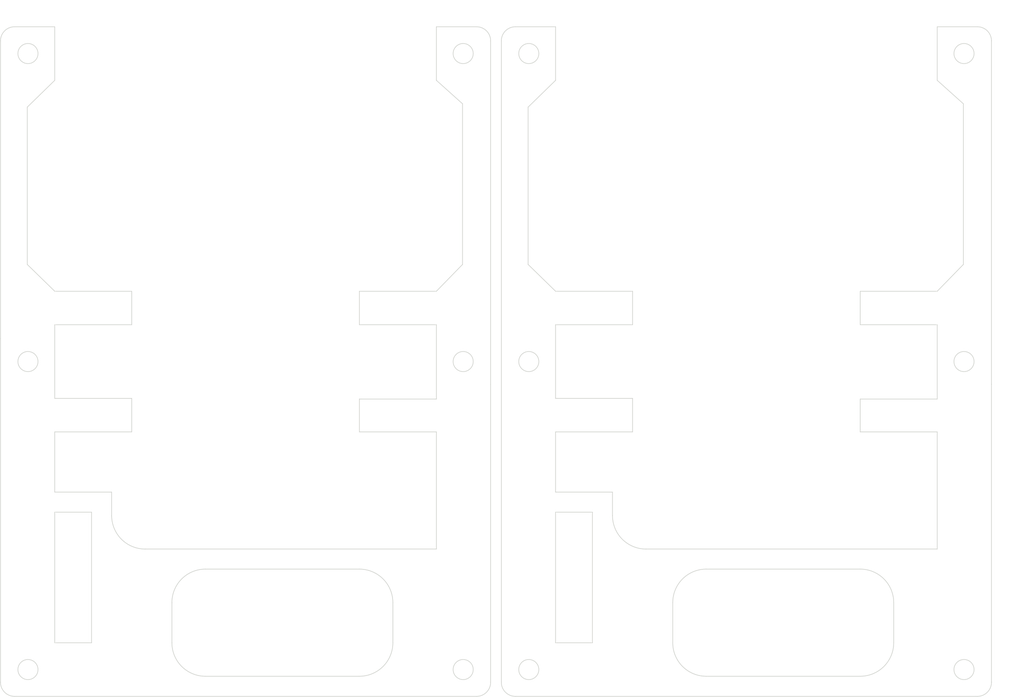
<source format=kicad_pcb>
(kicad_pcb (version 20171130) (host pcbnew "(5.1.6)-1")

  (general
    (thickness 1.6)
    (drawings 275)
    (tracks 0)
    (zones 0)
    (modules 0)
    (nets 1)
  )

  (page A4)
  (layers
    (0 F.Cu signal)
    (31 B.Cu signal)
    (32 B.Adhes user)
    (33 F.Adhes user)
    (34 B.Paste user)
    (35 F.Paste user)
    (36 B.SilkS user)
    (37 F.SilkS user)
    (38 B.Mask user)
    (39 F.Mask user)
    (40 Dwgs.User user hide)
    (41 Cmts.User user)
    (42 Eco1.User user)
    (43 Eco2.User user)
    (44 Edge.Cuts user)
    (45 Margin user)
    (46 B.CrtYd user)
    (47 F.CrtYd user)
    (48 B.Fab user)
    (49 F.Fab user)
  )

  (setup
    (last_trace_width 0.25)
    (user_trace_width 0.3)
    (user_trace_width 0.4)
    (user_trace_width 0.5)
    (user_trace_width 0.75)
    (user_trace_width 1)
    (user_trace_width 2)
    (user_trace_width 3)
    (user_trace_width 0.3)
    (user_trace_width 0.4)
    (user_trace_width 0.5)
    (user_trace_width 0.75)
    (user_trace_width 1)
    (user_trace_width 2)
    (user_trace_width 3)
    (user_trace_width 0.3)
    (user_trace_width 0.4)
    (user_trace_width 0.5)
    (user_trace_width 0.75)
    (user_trace_width 1)
    (user_trace_width 2)
    (user_trace_width 3)
    (user_trace_width 0.3)
    (user_trace_width 0.4)
    (user_trace_width 0.5)
    (user_trace_width 0.75)
    (user_trace_width 1)
    (user_trace_width 2)
    (user_trace_width 3)
    (user_trace_width 0.3)
    (user_trace_width 0.4)
    (user_trace_width 0.5)
    (user_trace_width 0.75)
    (user_trace_width 1)
    (user_trace_width 2)
    (user_trace_width 3)
    (user_trace_width 0.3)
    (user_trace_width 0.4)
    (user_trace_width 0.5)
    (user_trace_width 0.75)
    (user_trace_width 1)
    (user_trace_width 2)
    (user_trace_width 3)
    (trace_clearance 0.2)
    (zone_clearance 0.5)
    (zone_45_only yes)
    (trace_min 0.16)
    (via_size 0.8)
    (via_drill 0.4)
    (via_min_size 0.4)
    (via_min_drill 0.3)
    (user_via 0.65 0.3)
    (user_via 0.65 0.3)
    (user_via 0.65 0.3)
    (user_via 0.65 0.3)
    (user_via 0.65 0.3)
    (user_via 0.65 0.3)
    (uvia_size 0.3)
    (uvia_drill 0.1)
    (uvias_allowed no)
    (uvia_min_size 0.2)
    (uvia_min_drill 0.1)
    (edge_width 0.1)
    (segment_width 0.2)
    (pcb_text_width 0.3)
    (pcb_text_size 1.5 1.5)
    (mod_edge_width 0.15)
    (mod_text_size 1 1)
    (mod_text_width 0.15)
    (pad_size 5.5 5.5)
    (pad_drill 3.2)
    (pad_to_mask_clearance 0.05)
    (aux_axis_origin 110.9 49)
    (grid_origin 110.9 49)
    (visible_elements 7FFFFFFF)
    (pcbplotparams
      (layerselection 0x01000_7ffffffe)
      (usegerberextensions false)
      (usegerberattributes false)
      (usegerberadvancedattributes false)
      (creategerberjobfile false)
      (excludeedgelayer true)
      (linewidth 0.100000)
      (plotframeref false)
      (viasonmask false)
      (mode 1)
      (useauxorigin true)
      (hpglpennumber 1)
      (hpglpenspeed 20)
      (hpglpendiameter 15.000000)
      (psnegative false)
      (psa4output false)
      (plotreference true)
      (plotvalue true)
      (plotinvisibletext false)
      (padsonsilk false)
      (subtractmaskfromsilk true)
      (outputformat 3)
      (mirror false)
      (drillshape 0)
      (scaleselection 1)
      (outputdirectory "アクリル/"))
  )

  (net 0 "")

  (net_class Default "これはデフォルトのネット クラスです。"
    (clearance 0.2)
    (trace_width 0.25)
    (via_dia 0.8)
    (via_drill 0.4)
    (uvia_dia 0.3)
    (uvia_drill 0.1)
  )

  (gr_line (start 258.9 102.4) (end 258.9 51.1) (layer Edge.Cuts) (width 0.1) (tstamp 6039C36C))
  (gr_line (start 185.7 146.9) (end 185.7 95.6) (layer Edge.Cuts) (width 0.1) (tstamp 6039C36B))
  (gr_circle (center 189.8 53) (end 191.3 53) (layer Edge.Cuts) (width 0.1) (tstamp 6039C36A))
  (gr_line (start 258.9 102.4) (end 258.9 146.9) (layer Edge.Cuts) (width 0.1) (tstamp 6039C369))
  (gr_arc (start 256.8 146.9) (end 256.8 149) (angle -90) (layer Edge.Cuts) (width 0.1) (tstamp 6039C368))
  (gr_circle (center 189.8 145) (end 188.3 145) (layer Edge.Cuts) (width 0.1) (tstamp 6039C367))
  (gr_circle (center 254.8 145) (end 256.3 145) (layer Edge.Cuts) (width 0.1) (tstamp 6039C366))
  (gr_circle (center 254.8 53) (end 256.3 53) (layer Edge.Cuts) (width 0.1) (tstamp 6039C365))
  (gr_arc (start 187.8 146.9) (end 185.7 146.9) (angle -90) (layer Edge.Cuts) (width 0.1) (tstamp 6039C364))
  (gr_arc (start 187.8 51.1) (end 187.8 49) (angle -90) (layer Edge.Cuts) (width 0.1) (tstamp 6039C363))
  (gr_arc (start 256.8 51.1) (end 258.9 51.1) (angle -90) (layer Edge.Cuts) (width 0.1) (tstamp 6039C362))
  (gr_line (start 185.7 95.6) (end 185.7 51.1) (layer Edge.Cuts) (width 0.1) (tstamp 6039C361))
  (gr_line (start 187.8 149) (end 256.8 149) (layer Edge.Cuts) (width 0.1) (tstamp 6039C360))
  (gr_line (start 254.7 84.5) (end 250.8 88.5) (layer Edge.Cuts) (width 0.1) (tstamp 6039C35F))
  (gr_line (start 250.8 57) (end 254.7 60.5) (layer Edge.Cuts) (width 0.1) (tstamp 6039C35E))
  (gr_line (start 254.7 60.5) (end 254.7 84.5) (layer Edge.Cuts) (width 0.1) (tstamp 6039C35D))
  (gr_line (start 250.8 109.5) (end 250.8 127) (layer Edge.Cuts) (width 0.1) (tstamp 6039C35C))
  (gr_line (start 193.8 88.5) (end 189.7 84.5) (layer Edge.Cuts) (width 0.1) (tstamp 6039C35B))
  (gr_line (start 193.8 121.5) (end 193.8 141) (layer Edge.Cuts) (width 0.1) (tstamp 6039C35A))
  (gr_line (start 189.7 61) (end 189.7 84.5) (layer Edge.Cuts) (width 0.1) (tstamp 6039C359))
  (gr_line (start 193.8 109.5) (end 193.8 118.5) (layer Edge.Cuts) (width 0.1) (tstamp 6039C358))
  (gr_line (start 193.8 57) (end 189.7 61) (layer Edge.Cuts) (width 0.1) (tstamp 6039C357))
  (gr_line (start 256.8 49) (end 250.8 49) (layer Edge.Cuts) (width 0.1) (tstamp 6039C356))
  (gr_line (start 244.3 135) (end 244.3 141) (layer Edge.Cuts) (width 0.1) (tstamp 6039C355))
  (gr_arc (start 207.3 122) (end 202.3 122) (angle -90) (layer Edge.Cuts) (width 0.1) (tstamp 6039C354))
  (gr_line (start 199.3 141) (end 193.8 141) (layer Edge.Cuts) (width 0.1) (tstamp 6039C353))
  (gr_line (start 250.8 104.6) (end 250.8 93.5) (layer Edge.Cuts) (width 0.1) (tstamp 6039C352))
  (gr_line (start 239.3 93.5) (end 239.3 88.5) (layer Edge.Cuts) (width 0.1) (tstamp 6039C351))
  (gr_line (start 187.8 49) (end 193.8 49) (layer Edge.Cuts) (width 0.1) (tstamp 6039C350))
  (gr_circle (center 254.8 99) (end 256.3 99) (layer Edge.Cuts) (width 0.1) (tstamp 6039C34F))
  (gr_line (start 239.3 88.5) (end 250.8 88.5) (layer Edge.Cuts) (width 0.1) (tstamp 6039C34E))
  (gr_line (start 193.8 121.5) (end 199.3 121.5) (layer Edge.Cuts) (width 0.1) (tstamp 6039C34D))
  (gr_arc (start 216.3 141) (end 211.3 141) (angle -90) (layer Edge.Cuts) (width 0.1) (tstamp 6039C34C))
  (gr_line (start 193.8 118.5) (end 202.3 118.5) (layer Edge.Cuts) (width 0.1) (tstamp 6039C34B))
  (gr_line (start 199.3 121.5) (end 199.3 141) (layer Edge.Cuts) (width 0.1) (tstamp 6039C34A))
  (gr_line (start 193.8 88.5) (end 205.3 88.5) (layer Edge.Cuts) (width 0.1) (tstamp 6039C349))
  (gr_arc (start 239.3 141) (end 239.3 146) (angle -90) (layer Edge.Cuts) (width 0.1) (tstamp 6039C348))
  (gr_line (start 193.8 93.5) (end 193.8 104.5) (layer Edge.Cuts) (width 0.1) (tstamp 6039C347))
  (gr_line (start 205.3 93.5) (end 193.8 93.5) (layer Edge.Cuts) (width 0.1) (tstamp 6039C346))
  (gr_line (start 193.8 104.5) (end 205.3 104.5) (layer Edge.Cuts) (width 0.1) (tstamp 6039C345))
  (gr_circle (center 189.8 99) (end 191.3 99) (layer Edge.Cuts) (width 0.1) (tstamp 6039C344))
  (gr_line (start 205.3 109.5) (end 193.8 109.5) (layer Edge.Cuts) (width 0.1) (tstamp 6039C343))
  (gr_line (start 250.8 57) (end 250.8 49) (layer Edge.Cuts) (width 0.1) (tstamp 6039C342))
  (gr_line (start 239.3 109.5) (end 239.3 104.6) (layer Edge.Cuts) (width 0.1) (tstamp 6039C341))
  (gr_line (start 250.8 109.5) (end 239.3 109.5) (layer Edge.Cuts) (width 0.1) (tstamp 6039C340))
  (gr_line (start 250.8 93.5) (end 239.3 93.5) (layer Edge.Cuts) (width 0.1) (tstamp 6039C33F))
  (gr_line (start 211.3 141) (end 211.3 135) (layer Edge.Cuts) (width 0.1) (tstamp 6039C33E))
  (gr_line (start 216.3 130) (end 239.3 130) (layer Edge.Cuts) (width 0.1) (tstamp 6039C33D))
  (gr_line (start 239.3 146) (end 216.3 146) (layer Edge.Cuts) (width 0.1) (tstamp 6039C33C))
  (gr_arc (start 239.3 135) (end 244.3 135) (angle -90) (layer Edge.Cuts) (width 0.1) (tstamp 6039C33B))
  (gr_line (start 205.3 104.5) (end 205.3 109.5) (layer Edge.Cuts) (width 0.1) (tstamp 6039C33A))
  (gr_arc (start 216.3 135) (end 216.3 130) (angle -90) (layer Edge.Cuts) (width 0.1) (tstamp 6039C339))
  (gr_line (start 193.8 49) (end 193.8 57) (layer Edge.Cuts) (width 0.1) (tstamp 6039C338))
  (gr_line (start 205.3 88.5) (end 205.3 93.5) (layer Edge.Cuts) (width 0.1) (tstamp 6039C337))
  (gr_line (start 202.3 118.5) (end 202.3 122) (layer Edge.Cuts) (width 0.1) (tstamp 6039C336))
  (gr_line (start 207.3 127) (end 250.8 127) (layer Edge.Cuts) (width 0.1) (tstamp 6039C335))
  (gr_line (start 239.3 104.6) (end 250.8 104.6) (layer Edge.Cuts) (width 0.1) (tstamp 6039C334))
  (gr_line (start 176 109.5) (end 176 127) (layer Edge.Cuts) (width 0.1) (tstamp 60313BB1))
  (gr_line (start 119 109.5) (end 119 118.5) (layer Edge.Cuts) (width 0.1))
  (gr_line (start 119 121.5) (end 119 141) (layer Edge.Cuts) (width 0.1) (tstamp 60313B97))
  (gr_line (start 179.9 84.5) (end 176 88.5) (layer Edge.Cuts) (width 0.1) (tstamp 60313AAE))
  (gr_line (start 179.9 60.5) (end 179.9 84.5) (layer Edge.Cuts) (width 0.1))
  (gr_line (start 176 57) (end 179.9 60.5) (layer Edge.Cuts) (width 0.1))
  (gr_line (start 119 88.5) (end 114.9 84.5) (layer Edge.Cuts) (width 0.1) (tstamp 60313A77))
  (gr_line (start 114.9 61) (end 114.9 84.5) (layer Edge.Cuts) (width 0.1))
  (gr_line (start 119 57) (end 114.9 61) (layer Edge.Cuts) (width 0.1))
  (dimension 73.2 (width 0.15) (layer Dwgs.User)
    (gr_text "73.200 mm" (at 147.5 43.7) (layer Dwgs.User)
      (effects (font (size 1 1) (thickness 0.15)))
    )
    (feature1 (pts (xy 110.9 51.1) (xy 110.9 44.413579)))
    (feature2 (pts (xy 184.1 51.1) (xy 184.1 44.413579)))
    (crossbar (pts (xy 184.1 45) (xy 110.9 45)))
    (arrow1a (pts (xy 110.9 45) (xy 112.026504 44.413579)))
    (arrow1b (pts (xy 110.9 45) (xy 112.026504 45.586421)))
    (arrow2a (pts (xy 184.1 45) (xy 182.973496 44.413579)))
    (arrow2b (pts (xy 184.1 45) (xy 182.973496 45.586421)))
  )
  (dimension 100 (width 0.15) (layer Dwgs.User)
    (gr_text "100.000 mm" (at 104.3 99 270) (layer Dwgs.User)
      (effects (font (size 1 1) (thickness 0.15)))
    )
    (feature1 (pts (xy 226.6 149) (xy 105.013579 149)))
    (feature2 (pts (xy 226.6 49) (xy 105.013579 49)))
    (crossbar (pts (xy 105.6 49) (xy 105.6 149)))
    (arrow1a (pts (xy 105.6 149) (xy 105.013579 147.873496)))
    (arrow1b (pts (xy 105.6 149) (xy 106.186421 147.873496)))
    (arrow2a (pts (xy 105.6 49) (xy 105.013579 50.126504)))
    (arrow2b (pts (xy 105.6 49) (xy 106.186421 50.126504)))
  )
  (dimension 50 (width 0.15) (layer Dwgs.User)
    (gr_text "50.000 mm" (at 94.7 74 270) (layer Dwgs.User)
      (effects (font (size 1 1) (thickness 0.15)))
    )
    (feature1 (pts (xy 111 99) (xy 95.413579 99)))
    (feature2 (pts (xy 111 49) (xy 95.413579 49)))
    (crossbar (pts (xy 96 49) (xy 96 99)))
    (arrow1a (pts (xy 96 99) (xy 95.413579 97.873496)))
    (arrow1b (pts (xy 96 99) (xy 96.586421 97.873496)))
    (arrow2a (pts (xy 96 49) (xy 95.413579 50.126504)))
    (arrow2b (pts (xy 96 49) (xy 96.586421 50.126504)))
  )
  (gr_arc (start 132.5 122) (end 127.5 122) (angle -90) (layer Edge.Cuts) (width 0.1) (tstamp 5F34D379))
  (gr_arc (start 164.5 135) (end 169.5 135) (angle -90) (layer Edge.Cuts) (width 0.1) (tstamp 5F34C5F9))
  (gr_arc (start 164.5 141) (end 164.5 146) (angle -90) (layer Edge.Cuts) (width 0.1) (tstamp 5F34C5EE))
  (gr_arc (start 141.5 135) (end 141.5 130) (angle -90) (layer Edge.Cuts) (width 0.1) (tstamp 5F34C5DE))
  (gr_arc (start 141.5 141) (end 136.5 141) (angle -90) (layer Edge.Cuts) (width 0.1) (tstamp 5F34C5CE))
  (dimension 148 (width 0.15) (layer Cmts.User)
    (gr_text "148.000 mm" (at 184.9 45.7) (layer Cmts.User)
      (effects (font (size 1 1) (thickness 0.15)))
    )
    (feature1 (pts (xy 258.9 149) (xy 258.9 46.413579)))
    (feature2 (pts (xy 110.9 149) (xy 110.9 46.413579)))
    (crossbar (pts (xy 110.9 47) (xy 258.9 47)))
    (arrow1a (pts (xy 258.9 47) (xy 257.773496 47.586421)))
    (arrow1b (pts (xy 258.9 47) (xy 257.773496 46.413579)))
    (arrow2a (pts (xy 110.9 47) (xy 112.026504 47.586421)))
    (arrow2b (pts (xy 110.9 47) (xy 112.026504 46.413579)))
  )
  (dimension 100 (width 0.15) (layer Cmts.User)
    (gr_text "100.000 mm" (at 262.4 99 270) (layer Cmts.User)
      (effects (font (size 1 1) (thickness 0.15)))
    )
    (feature1 (pts (xy 110.9 149) (xy 261.686421 149)))
    (feature2 (pts (xy 110.9 49) (xy 261.686421 49)))
    (crossbar (pts (xy 261.1 49) (xy 261.1 149)))
    (arrow1a (pts (xy 261.1 149) (xy 260.513579 147.873496)))
    (arrow1b (pts (xy 261.1 149) (xy 261.686421 147.873496)))
    (arrow2a (pts (xy 261.1 49) (xy 260.513579 50.126504)))
    (arrow2b (pts (xy 261.1 49) (xy 261.686421 50.126504)))
  )
  (dimension 148 (width 0.15) (layer Dwgs.User)
    (gr_text "148.000 mm" (at 184.9 45.3) (layer Dwgs.User)
      (effects (font (size 1 1) (thickness 0.15)))
    )
    (feature1 (pts (xy 258.9 146.9) (xy 258.9 46.013579)))
    (feature2 (pts (xy 110.9 146.9) (xy 110.9 46.013579)))
    (crossbar (pts (xy 110.9 46.6) (xy 258.9 46.6)))
    (arrow1a (pts (xy 258.9 46.6) (xy 257.773496 47.186421)))
    (arrow1b (pts (xy 258.9 46.6) (xy 257.773496 46.013579)))
    (arrow2a (pts (xy 110.9 46.6) (xy 112.026504 47.186421)))
    (arrow2b (pts (xy 110.9 46.6) (xy 112.026504 46.013579)))
  )
  (dimension 100 (width 0.15) (layer Dwgs.User)
    (gr_text "100.000 mm" (at 262.3 99 270) (layer Dwgs.User)
      (effects (font (size 1 1) (thickness 0.15)))
    )
    (feature1 (pts (xy 119 149) (xy 261.586421 149)))
    (feature2 (pts (xy 119 49) (xy 261.586421 49)))
    (crossbar (pts (xy 261 49) (xy 261 149)))
    (arrow1a (pts (xy 261 149) (xy 260.413579 147.873496)))
    (arrow1b (pts (xy 261 149) (xy 261.586421 147.873496)))
    (arrow2a (pts (xy 261 49) (xy 260.413579 50.126504)))
    (arrow2b (pts (xy 261 49) (xy 261.586421 50.126504)))
  )
  (gr_circle (center 180 99) (end 181.5 99) (layer Edge.Cuts) (width 0.1) (tstamp 5EF18B62))
  (gr_circle (center 115 99) (end 116.5 99) (layer Edge.Cuts) (width 0.1) (tstamp 5EF18B60))
  (gr_line (start 124.5 121.5) (end 124.5 141) (layer Edge.Cuts) (width 0.1) (tstamp 5EF18B50))
  (gr_line (start 119 121.5) (end 124.5 121.5) (layer Edge.Cuts) (width 0.1))
  (gr_line (start 124.5 141) (end 119 141) (layer Edge.Cuts) (width 0.1))
  (gr_line (start 141.5 130) (end 164.5 130) (layer Edge.Cuts) (width 0.1) (tstamp 5EF18B4F))
  (gr_line (start 136.5 141) (end 136.5 135) (layer Edge.Cuts) (width 0.1))
  (gr_line (start 164.5 146) (end 141.5 146) (layer Edge.Cuts) (width 0.1))
  (gr_line (start 169.5 135) (end 169.5 141) (layer Edge.Cuts) (width 0.1))
  (gr_line (start 111 99) (end 184 99) (layer Dwgs.User) (width 0.15))
  (gr_line (start 111 99) (end 184 99) (layer Dwgs.User) (width 0.15))
  (gr_line (start 111 99) (end 184 99) (layer Dwgs.User) (width 0.15))
  (gr_line (start 113 49) (end 119 49) (layer Edge.Cuts) (width 0.1) (tstamp 5EF18B3A))
  (gr_line (start 182 49) (end 176 49) (layer Edge.Cuts) (width 0.1) (tstamp 5EF18B36))
  (gr_line (start 176 57) (end 176 49) (layer Edge.Cuts) (width 0.1))
  (gr_line (start 164.5 88.5) (end 176 88.5) (layer Edge.Cuts) (width 0.1))
  (gr_line (start 164.5 93.5) (end 164.5 88.5) (layer Edge.Cuts) (width 0.1))
  (gr_line (start 176 93.5) (end 164.5 93.5) (layer Edge.Cuts) (width 0.1))
  (gr_line (start 176 104.6) (end 176 93.5) (layer Edge.Cuts) (width 0.1))
  (gr_line (start 164.5 104.6) (end 176 104.6) (layer Edge.Cuts) (width 0.1))
  (gr_line (start 164.5 109.5) (end 164.5 104.6) (layer Edge.Cuts) (width 0.1))
  (gr_line (start 176 109.5) (end 164.5 109.5) (layer Edge.Cuts) (width 0.1))
  (gr_line (start 132.5 127) (end 176 127) (layer Edge.Cuts) (width 0.1))
  (gr_line (start 127.5 118.5) (end 127.5 122) (layer Edge.Cuts) (width 0.1))
  (gr_line (start 119 118.5) (end 127.5 118.5) (layer Edge.Cuts) (width 0.1))
  (gr_line (start 130.5 109.5) (end 119 109.5) (layer Edge.Cuts) (width 0.1))
  (gr_line (start 130.5 104.5) (end 130.5 109.5) (layer Edge.Cuts) (width 0.1))
  (gr_line (start 119 104.5) (end 130.5 104.5) (layer Edge.Cuts) (width 0.1))
  (gr_line (start 119 93.5) (end 119 104.5) (layer Edge.Cuts) (width 0.1))
  (gr_line (start 130.5 93.5) (end 119 93.5) (layer Edge.Cuts) (width 0.1))
  (gr_line (start 130.5 88.5) (end 130.5 93.5) (layer Edge.Cuts) (width 0.1))
  (gr_line (start 119 88.5) (end 130.5 88.5) (layer Edge.Cuts) (width 0.1))
  (gr_line (start 119 49) (end 119 57) (layer Edge.Cuts) (width 0.1))
  (gr_line (start 130.5 93.5) (end 130.5 88.5) (layer Dwgs.User) (width 0.15) (tstamp 5EED8B54))
  (gr_line (start 164.5 109.5) (end 181 109.5) (layer Dwgs.User) (width 0.15))
  (gr_line (start 164.5 104.5) (end 164.5 109.5) (layer Dwgs.User) (width 0.15))
  (gr_line (start 176 104.5) (end 164.5 104.5) (layer Dwgs.User) (width 0.15))
  (gr_line (start 176 103) (end 176 104.5) (layer Dwgs.User) (width 0.15))
  (gr_line (start 181 88.5) (end 180 88.5) (layer Dwgs.User) (width 0.15) (tstamp 5EEC7D2B))
  (gr_line (start 176 93.5) (end 176 95) (layer Dwgs.User) (width 0.15) (tstamp 5EEC7D2A))
  (gr_line (start 164.5 93.5) (end 176 93.5) (layer Dwgs.User) (width 0.15))
  (gr_line (start 164.5 88.5) (end 164.5 93.5) (layer Dwgs.User) (width 0.15))
  (gr_line (start 180 88.5) (end 164.5 88.5) (layer Dwgs.User) (width 0.15))
  (gr_line (start 119 103) (end 119 104.5) (layer Dwgs.User) (width 0.15) (tstamp 5EEC7D26))
  (gr_line (start 130.5 109.5) (end 114 109.5) (layer Dwgs.User) (width 0.15))
  (gr_line (start 130.5 104.5) (end 130.5 109.5) (layer Dwgs.User) (width 0.15))
  (gr_line (start 119 104.5) (end 130.5 104.5) (layer Dwgs.User) (width 0.15))
  (gr_line (start 130.5 88.5) (end 114 88.5) (layer Dwgs.User) (width 0.15))
  (gr_line (start 126 93.5) (end 130.5 93.5) (layer Dwgs.User) (width 0.15))
  (gr_line (start 119 93.5) (end 119 95) (layer Dwgs.User) (width 0.15) (tstamp 5EEC7D25))
  (gr_line (start 126 93.5) (end 119 93.5) (layer Dwgs.User) (width 0.15))
  (gr_line (start 124.5 121.5) (end 124.5 141) (layer Dwgs.User) (width 0.15) (tstamp 5EDE6C6F))
  (gr_line (start 114 118.5) (end 127.5 118.5) (layer Dwgs.User) (width 0.15))
  (gr_line (start 127.5 146) (end 127.5 118.5) (layer Dwgs.User) (width 0.15))
  (gr_line (start 124.5 121.5) (end 114 121.5) (layer Dwgs.User) (width 0.15))
  (gr_line (start 119 141) (end 124.5 141) (layer Dwgs.User) (width 0.15))
  (dimension 22 (width 0.15) (layer Dwgs.User)
    (gr_text "22.000 mm" (at 158.5 153.8) (layer Dwgs.User)
      (effects (font (size 1 1) (thickness 0.15)))
    )
    (feature1 (pts (xy 169.5 130) (xy 169.5 153.086421)))
    (feature2 (pts (xy 147.5 130) (xy 147.5 153.086421)))
    (crossbar (pts (xy 147.5 152.5) (xy 169.5 152.5)))
    (arrow1a (pts (xy 169.5 152.5) (xy 168.373496 153.086421)))
    (arrow1b (pts (xy 169.5 152.5) (xy 168.373496 151.913579)))
    (arrow2a (pts (xy 147.5 152.5) (xy 148.626504 153.086421)))
    (arrow2b (pts (xy 147.5 152.5) (xy 148.626504 151.913579)))
  )
  (dimension 11 (width 0.15) (layer Dwgs.User)
    (gr_text "11.000 mm" (at 142 153.8) (layer Dwgs.User)
      (effects (font (size 1 1) (thickness 0.15)))
    )
    (feature1 (pts (xy 136.5 130) (xy 136.5 153.086421)))
    (feature2 (pts (xy 147.5 130) (xy 147.5 153.086421)))
    (crossbar (pts (xy 147.5 152.5) (xy 136.5 152.5)))
    (arrow1a (pts (xy 136.5 152.5) (xy 137.626504 151.913579)))
    (arrow1b (pts (xy 136.5 152.5) (xy 137.626504 153.086421)))
    (arrow2a (pts (xy 147.5 152.5) (xy 146.373496 151.913579)))
    (arrow2b (pts (xy 147.5 152.5) (xy 146.373496 153.086421)))
  )
  (gr_line (start 114 141) (end 114 130) (layer Dwgs.User) (width 0.15) (tstamp 5EC77A6E))
  (gr_line (start 119 141) (end 119 146) (layer Dwgs.User) (width 0.15))
  (gr_line (start 114 141) (end 119 141) (layer Dwgs.User) (width 0.15))
  (gr_line (start 176 141) (end 181 141) (layer Dwgs.User) (width 0.15))
  (gr_line (start 176 146) (end 176 141) (layer Dwgs.User) (width 0.15))
  (gr_line (start 176 103) (end 181 103) (layer Dwgs.User) (width 0.15))
  (gr_line (start 176 95) (end 176 103) (layer Dwgs.User) (width 0.15))
  (gr_line (start 181 95) (end 176 95) (layer Dwgs.User) (width 0.15))
  (gr_line (start 119 103) (end 114 103) (layer Dwgs.User) (width 0.15))
  (gr_line (start 119 95) (end 119 103) (layer Dwgs.User) (width 0.15))
  (gr_line (start 114 95) (end 119 95) (layer Dwgs.User) (width 0.15))
  (gr_line (start 181 141) (end 181 130) (layer Dwgs.User) (width 0.15) (tstamp 5EC765D5))
  (gr_line (start 181 130) (end 146 130) (layer Dwgs.User) (width 0.15) (tstamp 5EC75C1F))
  (gr_line (start 114 127) (end 181 127) (layer Dwgs.User) (width 0.15))
  (gr_line (start 146 130) (end 114 130) (layer Dwgs.User) (width 0.15))
  (gr_line (start 181 95) (end 181 75) (layer Dwgs.User) (width 0.15) (tstamp 5EC75B5A))
  (gr_line (start 181 127) (end 181 103) (layer Dwgs.User) (width 0.15))
  (gr_line (start 119 146) (end 176 146) (layer Dwgs.User) (width 0.15))
  (gr_line (start 114 103) (end 114 127) (layer Dwgs.User) (width 0.15))
  (gr_line (start 114 75) (end 114 95) (layer Dwgs.User) (width 0.15))
  (gr_line (start 176 57) (end 176 49) (layer Dwgs.User) (width 0.15))
  (gr_line (start 181 57) (end 176 57) (layer Dwgs.User) (width 0.15))
  (gr_line (start 181 75) (end 181 57) (layer Dwgs.User) (width 0.15))
  (gr_line (start 114 57) (end 114 75) (layer Dwgs.User) (width 0.15))
  (gr_line (start 119 57) (end 114 57) (layer Dwgs.User) (width 0.15))
  (gr_line (start 119 49) (end 119 57) (layer Dwgs.User) (width 0.15))
  (gr_line (start 130.5 93.5) (end 130.5 88.5) (layer Dwgs.User) (width 0.15) (tstamp 5EED8B54))
  (gr_line (start 164.5 109.5) (end 181 109.5) (layer Dwgs.User) (width 0.15))
  (gr_line (start 164.5 104.5) (end 164.5 109.5) (layer Dwgs.User) (width 0.15))
  (gr_line (start 176 104.5) (end 164.5 104.5) (layer Dwgs.User) (width 0.15))
  (gr_line (start 176 103) (end 176 104.5) (layer Dwgs.User) (width 0.15))
  (gr_line (start 181 88.5) (end 180 88.5) (layer Dwgs.User) (width 0.15) (tstamp 5EEC7D2B))
  (gr_line (start 176 93.5) (end 176 95) (layer Dwgs.User) (width 0.15) (tstamp 5EEC7D2A))
  (gr_line (start 164.5 93.5) (end 176 93.5) (layer Dwgs.User) (width 0.15))
  (gr_line (start 164.5 88.5) (end 164.5 93.5) (layer Dwgs.User) (width 0.15))
  (gr_line (start 180 88.5) (end 164.5 88.5) (layer Dwgs.User) (width 0.15))
  (gr_line (start 119 103) (end 119 104.5) (layer Dwgs.User) (width 0.15) (tstamp 5EEC7D26))
  (gr_line (start 130.5 109.5) (end 114 109.5) (layer Dwgs.User) (width 0.15))
  (gr_line (start 130.5 104.5) (end 130.5 109.5) (layer Dwgs.User) (width 0.15))
  (gr_line (start 119 104.5) (end 130.5 104.5) (layer Dwgs.User) (width 0.15))
  (gr_line (start 130.5 88.5) (end 114 88.5) (layer Dwgs.User) (width 0.15))
  (gr_line (start 126 93.5) (end 130.5 93.5) (layer Dwgs.User) (width 0.15))
  (gr_line (start 119 93.5) (end 119 95) (layer Dwgs.User) (width 0.15) (tstamp 5EEC7D25))
  (gr_line (start 126 93.5) (end 119 93.5) (layer Dwgs.User) (width 0.15))
  (gr_line (start 124.5 121.5) (end 124.5 141) (layer Dwgs.User) (width 0.15) (tstamp 5EDE6C6F))
  (gr_line (start 114 118.5) (end 127.5 118.5) (layer Dwgs.User) (width 0.15))
  (gr_line (start 127.5 146) (end 127.5 118.5) (layer Dwgs.User) (width 0.15))
  (gr_line (start 124.5 121.5) (end 114 121.5) (layer Dwgs.User) (width 0.15))
  (gr_line (start 119 141) (end 124.5 141) (layer Dwgs.User) (width 0.15))
  (dimension 22 (width 0.15) (layer Dwgs.User)
    (gr_text "22.000 mm" (at 158.5 153.8) (layer Dwgs.User)
      (effects (font (size 1 1) (thickness 0.15)))
    )
    (feature1 (pts (xy 169.5 130) (xy 169.5 153.086421)))
    (feature2 (pts (xy 147.5 130) (xy 147.5 153.086421)))
    (crossbar (pts (xy 147.5 152.5) (xy 169.5 152.5)))
    (arrow1a (pts (xy 169.5 152.5) (xy 168.373496 153.086421)))
    (arrow1b (pts (xy 169.5 152.5) (xy 168.373496 151.913579)))
    (arrow2a (pts (xy 147.5 152.5) (xy 148.626504 153.086421)))
    (arrow2b (pts (xy 147.5 152.5) (xy 148.626504 151.913579)))
  )
  (dimension 11 (width 0.15) (layer Dwgs.User)
    (gr_text "11.000 mm" (at 142 153.8) (layer Dwgs.User)
      (effects (font (size 1 1) (thickness 0.15)))
    )
    (feature1 (pts (xy 136.5 130) (xy 136.5 153.086421)))
    (feature2 (pts (xy 147.5 130) (xy 147.5 153.086421)))
    (crossbar (pts (xy 147.5 152.5) (xy 136.5 152.5)))
    (arrow1a (pts (xy 136.5 152.5) (xy 137.626504 151.913579)))
    (arrow1b (pts (xy 136.5 152.5) (xy 137.626504 153.086421)))
    (arrow2a (pts (xy 147.5 152.5) (xy 146.373496 151.913579)))
    (arrow2b (pts (xy 147.5 152.5) (xy 146.373496 153.086421)))
  )
  (gr_line (start 114 141) (end 114 130) (layer Dwgs.User) (width 0.15) (tstamp 5EC77A6E))
  (gr_line (start 119 141) (end 119 146) (layer Dwgs.User) (width 0.15))
  (gr_line (start 114 141) (end 119 141) (layer Dwgs.User) (width 0.15))
  (gr_line (start 176 141) (end 181 141) (layer Dwgs.User) (width 0.15))
  (gr_line (start 176 146) (end 176 141) (layer Dwgs.User) (width 0.15))
  (gr_line (start 176 103) (end 181 103) (layer Dwgs.User) (width 0.15))
  (gr_line (start 176 95) (end 176 103) (layer Dwgs.User) (width 0.15))
  (gr_line (start 181 95) (end 176 95) (layer Dwgs.User) (width 0.15))
  (gr_line (start 119 103) (end 114 103) (layer Dwgs.User) (width 0.15))
  (gr_line (start 119 95) (end 119 103) (layer Dwgs.User) (width 0.15))
  (gr_line (start 114 95) (end 119 95) (layer Dwgs.User) (width 0.15))
  (gr_line (start 181 141) (end 181 130) (layer Dwgs.User) (width 0.15) (tstamp 5EC765D5))
  (gr_line (start 181 130) (end 146 130) (layer Dwgs.User) (width 0.15) (tstamp 5EC75C1F))
  (gr_line (start 114 127) (end 181 127) (layer Dwgs.User) (width 0.15))
  (gr_line (start 146 130) (end 114 130) (layer Dwgs.User) (width 0.15))
  (gr_line (start 181 95) (end 181 75) (layer Dwgs.User) (width 0.15) (tstamp 5EC75B5A))
  (gr_line (start 181 127) (end 181 103) (layer Dwgs.User) (width 0.15))
  (gr_line (start 119 146) (end 176 146) (layer Dwgs.User) (width 0.15))
  (gr_line (start 114 103) (end 114 127) (layer Dwgs.User) (width 0.15))
  (gr_line (start 114 75) (end 114 95) (layer Dwgs.User) (width 0.15))
  (gr_line (start 176 57) (end 176 49) (layer Dwgs.User) (width 0.15))
  (gr_line (start 181 57) (end 176 57) (layer Dwgs.User) (width 0.15))
  (gr_line (start 181 75) (end 181 57) (layer Dwgs.User) (width 0.15))
  (gr_line (start 114 57) (end 114 75) (layer Dwgs.User) (width 0.15))
  (gr_line (start 119 57) (end 114 57) (layer Dwgs.User) (width 0.15))
  (gr_line (start 119 49) (end 119 57) (layer Dwgs.User) (width 0.15))
  (gr_arc (start 113 51.1) (end 113 49) (angle -90) (layer Edge.Cuts) (width 0.1))
  (gr_line (start 184.1 102.4) (end 184.1 51.1) (layer Edge.Cuts) (width 0.1) (tstamp 5EF167F2))
  (gr_arc (start 182 146.9) (end 182 149) (angle -90) (layer Edge.Cuts) (width 0.1) (tstamp 5EF182D1))
  (gr_arc (start 182 51.1) (end 184.1 51.1) (angle -90) (layer Edge.Cuts) (width 0.1) (tstamp 5EF182B7))
  (gr_arc (start 113 146.9) (end 110.9 146.9) (angle -90) (layer Edge.Cuts) (width 0.1) (tstamp 5EF182C4))
  (gr_circle (center 115 53) (end 116.5 53) (layer Edge.Cuts) (width 0.1))
  (gr_circle (center 180 145) (end 181.5 145) (layer Edge.Cuts) (width 0.1))
  (gr_line (start 113 149) (end 182 149) (layer Edge.Cuts) (width 0.1) (tstamp 5EF172C2))
  (gr_line (start 110.9 95.6) (end 110.9 51.1) (layer Edge.Cuts) (width 0.1) (tstamp 5EF16E12))
  (gr_line (start 110.9 146.9) (end 110.9 95.6) (layer Edge.Cuts) (width 0.1) (tstamp 5EF16E0B))
  (gr_circle (center 180 53) (end 181.5 53) (layer Edge.Cuts) (width 0.1))
  (gr_circle (center 115 145) (end 113.5 145) (layer Edge.Cuts) (width 0.1))
  (gr_line (start 184.1 102.4) (end 184.1 146.9) (layer Edge.Cuts) (width 0.1) (tstamp 5EF16DFF))
  (gr_line (start 130.5 93.5) (end 130.5 88.5) (layer Dwgs.User) (width 0.15) (tstamp 5EED8B54))
  (gr_line (start 164.5 109.5) (end 181 109.5) (layer Dwgs.User) (width 0.15))
  (gr_line (start 164.5 104.5) (end 164.5 109.5) (layer Dwgs.User) (width 0.15))
  (gr_line (start 176 104.5) (end 164.5 104.5) (layer Dwgs.User) (width 0.15))
  (gr_line (start 176 103) (end 176 104.5) (layer Dwgs.User) (width 0.15))
  (gr_line (start 181 88.5) (end 180 88.5) (layer Dwgs.User) (width 0.15) (tstamp 5EEC7D2B))
  (gr_line (start 176 93.5) (end 176 95) (layer Dwgs.User) (width 0.15) (tstamp 5EEC7D2A))
  (gr_line (start 164.5 93.5) (end 176 93.5) (layer Dwgs.User) (width 0.15))
  (gr_line (start 164.5 88.5) (end 164.5 93.5) (layer Dwgs.User) (width 0.15))
  (gr_line (start 180 88.5) (end 164.5 88.5) (layer Dwgs.User) (width 0.15))
  (gr_line (start 119 103) (end 119 104.5) (layer Dwgs.User) (width 0.15) (tstamp 5EEC7D26))
  (gr_line (start 130.5 109.5) (end 114 109.5) (layer Dwgs.User) (width 0.15))
  (gr_line (start 130.5 104.5) (end 130.5 109.5) (layer Dwgs.User) (width 0.15))
  (gr_line (start 119 104.5) (end 130.5 104.5) (layer Dwgs.User) (width 0.15))
  (gr_line (start 130.5 88.5) (end 114 88.5) (layer Dwgs.User) (width 0.15))
  (gr_line (start 126 93.5) (end 130.5 93.5) (layer Dwgs.User) (width 0.15))
  (gr_line (start 119 93.5) (end 119 95) (layer Dwgs.User) (width 0.15) (tstamp 5EEC7D25))
  (gr_line (start 126 93.5) (end 119 93.5) (layer Dwgs.User) (width 0.15))
  (gr_line (start 124.5 121.5) (end 124.5 141) (layer Dwgs.User) (width 0.15) (tstamp 5EDE6C6F))
  (gr_line (start 114 118.5) (end 127.5 118.5) (layer Dwgs.User) (width 0.15))
  (gr_line (start 127.5 146) (end 127.5 118.5) (layer Dwgs.User) (width 0.15))
  (gr_line (start 124.5 121.5) (end 114 121.5) (layer Dwgs.User) (width 0.15))
  (gr_line (start 119 141) (end 124.5 141) (layer Dwgs.User) (width 0.15))
  (gr_line (start 114 141) (end 114 130) (layer Dwgs.User) (width 0.15) (tstamp 5EC77A6E))
  (gr_line (start 119 141) (end 119 146) (layer Dwgs.User) (width 0.15))
  (gr_line (start 114 141) (end 119 141) (layer Dwgs.User) (width 0.15))
  (gr_line (start 176 141) (end 181 141) (layer Dwgs.User) (width 0.15))
  (gr_line (start 176 146) (end 176 141) (layer Dwgs.User) (width 0.15))
  (gr_line (start 176 103) (end 181 103) (layer Dwgs.User) (width 0.15))
  (gr_line (start 176 95) (end 176 103) (layer Dwgs.User) (width 0.15))
  (gr_line (start 181 95) (end 176 95) (layer Dwgs.User) (width 0.15))
  (gr_line (start 119 103) (end 114 103) (layer Dwgs.User) (width 0.15))
  (gr_line (start 119 95) (end 119 103) (layer Dwgs.User) (width 0.15))
  (gr_line (start 114 95) (end 119 95) (layer Dwgs.User) (width 0.15))
  (gr_line (start 181 141) (end 181 130) (layer Dwgs.User) (width 0.15) (tstamp 5EC765D5))
  (gr_line (start 181 130) (end 146 130) (layer Dwgs.User) (width 0.15) (tstamp 5EC75C1F))
  (gr_line (start 114 127) (end 181 127) (layer Dwgs.User) (width 0.15))
  (gr_line (start 146 130) (end 114 130) (layer Dwgs.User) (width 0.15))
  (gr_line (start 181 95) (end 181 75) (layer Dwgs.User) (width 0.15) (tstamp 5EC75B5A))
  (gr_line (start 181 127) (end 181 103) (layer Dwgs.User) (width 0.15))
  (gr_line (start 119 146) (end 176 146) (layer Dwgs.User) (width 0.15))
  (gr_line (start 114 103) (end 114 127) (layer Dwgs.User) (width 0.15))
  (gr_line (start 114 75) (end 114 95) (layer Dwgs.User) (width 0.15))
  (gr_line (start 176 57) (end 176 49) (layer Dwgs.User) (width 0.15))
  (gr_line (start 181 57) (end 176 57) (layer Dwgs.User) (width 0.15))
  (gr_line (start 181 75) (end 181 57) (layer Dwgs.User) (width 0.15))
  (gr_line (start 114 57) (end 114 75) (layer Dwgs.User) (width 0.15))
  (gr_line (start 119 57) (end 114 57) (layer Dwgs.User) (width 0.15))
  (gr_line (start 119 49) (end 119 57) (layer Dwgs.User) (width 0.15))

)

</source>
